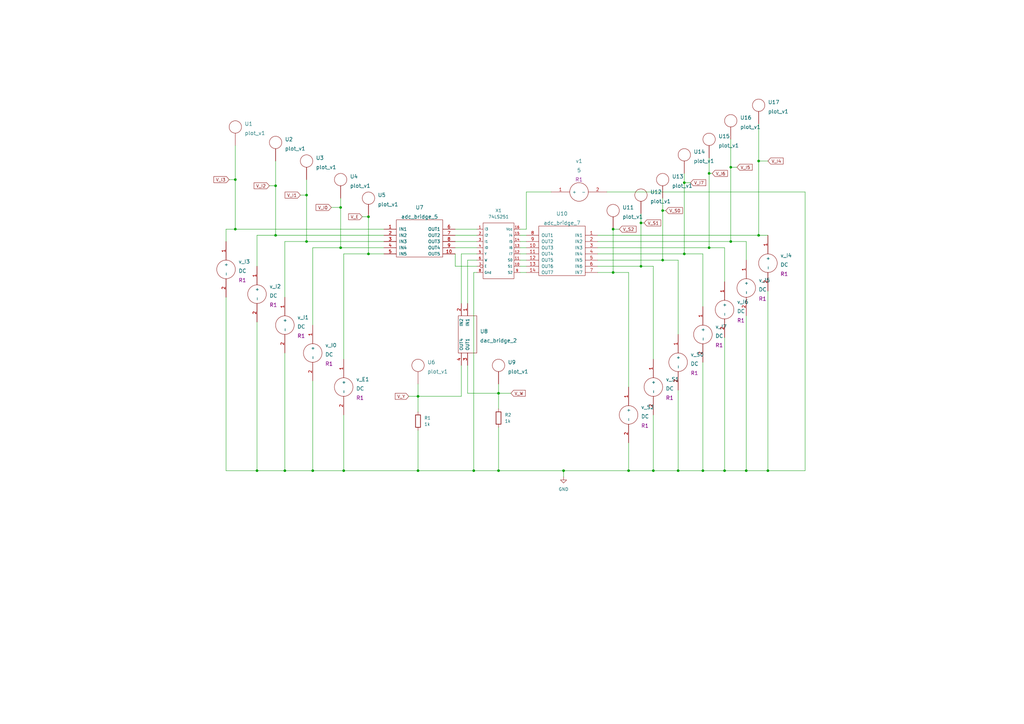
<source format=kicad_sch>
(kicad_sch (version 20211123) (generator eeschema)
  (paper "A3")
  (lib_symbols
    (symbol "DC_1" (pin_names (offset 1.016))
      (property "Reference" "v_I3" (at 5.08 3.175 0))
      (property "Value" "DC_1" (at 5.08 -0.635 0))
      (property "Footprint" "R1" (at 5.08 -4.445 0))
      (symbol "DC_1_0_1"
        (circle (center 0 0) (radius 3.81))
      )
      (symbol "DC_1_1_1"
        (pin power_out line (at 0 11.43 270) (length 7.62) (name "+") (number "1"))
        (pin power_in line (at 0 -11.43 90) (length 7.62) (name "-") (number "2"))
      )
    )
    (symbol "DC_10" (pin_names (offset 1.016))
      (property "Reference" "v_I6" (at 5.08 3.175 0))
      (property "Value" "DC_10" (at 5.08 -0.635 0))
      (property "Footprint" "R1" (at 5.08 -4.445 0))
      (symbol "DC_10_0_1"
        (circle (center 0 0) (radius 3.81))
      )
      (symbol "DC_10_1_1"
        (pin power_out line (at 0 11.43 270) (length 7.62) (name "+") (number "1"))
        (pin power_in line (at 0 -11.43 90) (length 7.62) (name "-") (number "2"))
      )
    )
    (symbol "DC_11" (pin_names (offset 1.016))
      (property "Reference" "v_I5" (at 5.08 3.175 0))
      (property "Value" "DC_11" (at 5.08 -0.635 0))
      (property "Footprint" "R1" (at 5.08 -4.445 0))
      (symbol "DC_11_0_1"
        (circle (center 0 0) (radius 3.81))
      )
      (symbol "DC_11_1_1"
        (pin power_out line (at 0 11.43 270) (length 7.62) (name "+") (number "1"))
        (pin power_in line (at 0 -11.43 90) (length 7.62) (name "-") (number "2"))
      )
    )
    (symbol "DC_12" (pin_names (offset 1.016))
      (property "Reference" "v_I4" (at 5.08 3.175 0))
      (property "Value" "DC_12" (at 5.08 -0.635 0))
      (property "Footprint" "R1" (at 5.08 -4.445 0))
      (symbol "DC_12_0_1"
        (circle (center 0 0) (radius 3.81))
      )
      (symbol "DC_12_1_1"
        (pin power_out line (at 0 11.43 270) (length 7.62) (name "+") (number "1"))
        (pin power_in line (at 0 -11.43 90) (length 7.62) (name "-") (number "2"))
      )
    )
    (symbol "DC_2" (pin_names (offset 1.016))
      (property "Reference" "v_I2" (at 5.08 3.175 0))
      (property "Value" "DC_2" (at 5.08 -0.635 0))
      (property "Footprint" "R1" (at 5.08 -4.445 0))
      (symbol "DC_2_0_1"
        (circle (center 0 0) (radius 3.81))
      )
      (symbol "DC_2_1_1"
        (pin power_out line (at 0 11.43 270) (length 7.62) (name "+") (number "1"))
        (pin power_in line (at 0 -11.43 90) (length 7.62) (name "-") (number "2"))
      )
    )
    (symbol "DC_3" (pin_names (offset 1.016))
      (property "Reference" "v_I1" (at 5.08 3.175 0))
      (property "Value" "DC_3" (at 5.08 -0.635 0))
      (property "Footprint" "R1" (at 5.08 -4.445 0))
      (symbol "DC_3_0_1"
        (circle (center 0 0) (radius 3.81))
      )
      (symbol "DC_3_1_1"
        (pin power_out line (at 0 11.43 270) (length 7.62) (name "+") (number "1"))
        (pin power_in line (at 0 -11.43 90) (length 7.62) (name "-") (number "2"))
      )
    )
    (symbol "DC_4" (pin_names (offset 1.016))
      (property "Reference" "v_I0" (at 5.08 3.175 0))
      (property "Value" "DC_4" (at 5.08 -0.635 0))
      (property "Footprint" "R1" (at 5.08 -4.445 0))
      (symbol "DC_4_0_1"
        (circle (center 0 0) (radius 3.81))
      )
      (symbol "DC_4_1_1"
        (pin power_out line (at 0 11.43 270) (length 7.62) (name "+") (number "1"))
        (pin power_in line (at 0 -11.43 90) (length 7.62) (name "-") (number "2"))
      )
    )
    (symbol "DC_5" (pin_names (offset 1.016))
      (property "Reference" "v_E1" (at 5.08 3.175 0))
      (property "Value" "DC_5" (at 5.08 -0.635 0))
      (property "Footprint" "R1" (at 5.08 -4.445 0))
      (symbol "DC_5_0_1"
        (circle (center 0 0) (radius 3.81))
      )
      (symbol "DC_5_1_1"
        (pin power_out line (at 0 11.43 270) (length 7.62) (name "+") (number "1"))
        (pin power_in line (at 0 -11.43 90) (length 7.62) (name "-") (number "2"))
      )
    )
    (symbol "DC_6" (pin_names (offset 1.016))
      (property "Reference" "v_S2" (at 5.08 3.175 0))
      (property "Value" "DC_6" (at 5.08 -0.635 0))
      (property "Footprint" "R1" (at 5.08 -4.445 0))
      (symbol "DC_6_0_1"
        (circle (center 0 0) (radius 3.81))
      )
      (symbol "DC_6_1_1"
        (pin power_out line (at 0 11.43 270) (length 7.62) (name "+") (number "1"))
        (pin power_in line (at 0 -11.43 90) (length 7.62) (name "-") (number "2"))
      )
    )
    (symbol "DC_7" (pin_names (offset 1.016))
      (property "Reference" "v_S1" (at 5.08 3.175 0))
      (property "Value" "DC_7" (at 5.08 -0.635 0))
      (property "Footprint" "R1" (at 5.08 -4.445 0))
      (symbol "DC_7_0_1"
        (circle (center 0 0) (radius 3.81))
      )
      (symbol "DC_7_1_1"
        (pin power_out line (at 0 11.43 270) (length 7.62) (name "+") (number "1"))
        (pin power_in line (at 0 -11.43 90) (length 7.62) (name "-") (number "2"))
      )
    )
    (symbol "DC_8" (pin_names (offset 1.016))
      (property "Reference" "v_S0" (at 5.08 3.175 0))
      (property "Value" "DC_8" (at 5.08 -0.635 0))
      (property "Footprint" "R1" (at 5.08 -4.445 0))
      (symbol "DC_8_0_1"
        (circle (center 0 0) (radius 3.81))
      )
      (symbol "DC_8_1_1"
        (pin power_out line (at 0 11.43 270) (length 7.62) (name "+") (number "1"))
        (pin power_in line (at 0 -11.43 90) (length 7.62) (name "-") (number "2"))
      )
    )
    (symbol "DC_9" (pin_names (offset 1.016))
      (property "Reference" "v_I7" (at 5.08 3.175 0))
      (property "Value" "DC_9" (at 5.08 -0.635 0))
      (property "Footprint" "R1" (at 5.08 -4.445 0))
      (symbol "DC_9_0_1"
        (circle (center 0 0) (radius 3.81))
      )
      (symbol "DC_9_1_1"
        (pin power_out line (at 0 11.43 270) (length 7.62) (name "+") (number "1"))
        (pin power_in line (at 0 -11.43 90) (length 7.62) (name "-") (number "2"))
      )
    )
    (symbol "eSim_Devices:resistor" (pin_numbers hide) (pin_names (offset 0))
      (property "Reference" "R" (at 1.27 3.302 0))
      (property "Value" "resistor" (at 1.27 -1.27 0))
      (symbol "resistor_0_1"
        (rectangle (start 3.81 0.254) (end -1.27 2.286) (stroke (width 0.254)))
      )
      (symbol "resistor_1_1"
        (pin passive line (at -2.54 1.27 0) (length 1.27) (name "~") (number "1"))
        (pin passive line (at 5.08 1.27 180) (length 1.27) (name "~") (number "2"))
      )
    )
    (symbol "eSim_Hybrid:adc_bridge_5" (pin_names (offset 1.016))
      (property "Reference" "U" (at 0 0 0))
      (property "Value" "adc_bridge_5" (at 0 3.81 0))
      (symbol "adc_bridge_5_0_1"
        (rectangle (start -10.16 5.08) (end 8.89 -10.16))
      )
      (symbol "adc_bridge_5_1_1"
        (pin input line (at -15.24 1.27 0) (length 5.08) (name "IN1") (number "1"))
        (pin output line (at 13.97 -8.89 180) (length 5.08) (name "OUT5") (number "10"))
        (pin input line (at -15.24 -1.27 0) (length 5.08) (name "IN2") (number "2"))
        (pin input line (at -15.24 -3.81 0) (length 5.08) (name "IN3") (number "3"))
        (pin input line (at -15.24 -6.35 0) (length 5.08) (name "IN4") (number "4"))
        (pin input line (at -15.24 -8.89 0) (length 5.08) (name "IN5") (number "5"))
        (pin output line (at 13.97 1.27 180) (length 5.08) (name "OUT1") (number "6"))
        (pin output line (at 13.97 -1.27 180) (length 5.08) (name "OUT2") (number "7"))
        (pin output line (at 13.97 -3.81 180) (length 5.08) (name "OUT3") (number "8"))
        (pin output line (at 13.97 -6.35 180) (length 5.08) (name "OUT4") (number "9"))
      )
    )
    (symbol "eSim_Hybrid:adc_bridge_7" (pin_names (offset 1.016))
      (property "Reference" "U" (at 0 0 0))
      (property "Value" "adc_bridge_7" (at 0 3.81 0))
      (symbol "adc_bridge_7_0_1"
        (rectangle (start -10.16 5.08) (end 8.89 -15.24))
      )
      (symbol "adc_bridge_7_1_1"
        (pin input line (at -15.24 1.27 0) (length 5.08) (name "IN1") (number "1"))
        (pin output line (at 13.97 -3.81 180) (length 5.08) (name "OUT3") (number "10"))
        (pin output line (at 13.97 -6.35 180) (length 5.08) (name "OUT4") (number "11"))
        (pin output line (at 13.97 -8.89 180) (length 5.08) (name "OUT5") (number "12"))
        (pin output line (at 13.97 -11.43 180) (length 5.08) (name "OUT6") (number "13"))
        (pin output line (at 13.97 -13.97 180) (length 5.08) (name "OUT7") (number "14"))
        (pin input line (at -15.24 -1.27 0) (length 5.08) (name "IN2") (number "2"))
        (pin input line (at -15.24 -3.81 0) (length 5.08) (name "IN3") (number "3"))
        (pin input line (at -15.24 -6.35 0) (length 5.08) (name "IN4") (number "4"))
        (pin input line (at -15.24 -8.89 0) (length 5.08) (name "IN5") (number "5"))
        (pin input line (at -15.24 -11.43 0) (length 5.08) (name "IN6") (number "6"))
        (pin input line (at -15.24 -13.97 0) (length 5.08) (name "IN7") (number "7"))
        (pin output line (at 13.97 1.27 180) (length 5.08) (name "OUT1") (number "8"))
        (pin output line (at 13.97 -1.27 180) (length 5.08) (name "OUT2") (number "9"))
      )
    )
    (symbol "eSim_Hybrid:dac_bridge_2" (pin_names (offset 1.016))
      (property "Reference" "U" (at 0 0 0))
      (property "Value" "dac_bridge_2" (at 1.27 3.81 0))
      (symbol "dac_bridge_2_0_1"
        (rectangle (start -6.35 5.08) (end 8.89 -2.54))
      )
      (symbol "dac_bridge_2_1_1"
        (pin input line (at -11.43 1.27 0) (length 5.08) (name "IN1") (number "1"))
        (pin input line (at -11.43 -1.27 0) (length 5.08) (name "IN2") (number "2"))
        (pin output line (at 13.97 1.27 180) (length 5.08) (name "OUT1") (number "3"))
        (pin output line (at 13.97 -1.27 180) (length 5.08) (name "OUT4") (number "4"))
      )
    )
    (symbol "eSim_Plot:plot_v1" (pin_names (offset 1.016))
      (property "Reference" "U" (at 0 12.7 0))
      (property "Value" "plot_v1" (at 5.08 8.89 0))
      (symbol "plot_v1_0_1"
        (circle (center 0 12.7) (radius 2.54))
      )
      (symbol "plot_v1_1_1"
        (pin input line (at 0 5.08 90) (length 5.08) (name "~") (number "~"))
      )
    )
    (symbol "eSim_Power:eSim_GND" (power) (pin_names (offset 0))
      (property "Value" "eSim_GND" (at 0 -3.81 0))
      (symbol "eSim_GND_0_1"
        (polyline (pts (xy 0 0) (xy 0 -1.27) (xy 1.27 -1.27) (xy 0 -2.54) (xy -1.27 -1.27) (xy 0 -1.27)))
      )
      (symbol "eSim_GND_1_1"
        (pin power_in line (at 0 0 270) (length 0) hide (name "GND") (number "1"))
      )
    )
    (symbol "eSim_Sources:DC" (pin_names (offset 1.016))
      (property "Reference" "v" (at -5.08 2.54 0))
      (property "Value" "DC" (at -5.08 -1.27 0))
      (property "Footprint" "R1" (at -7.62 0 0))
      (symbol "DC_0_1"
        (circle (center 0 0) (radius 3.81))
      )
      (symbol "DC_1_1"
        (pin power_out line (at 0 11.43 270) (length 7.62) (name "+") (number "1"))
        (pin power_out line (at 0 -11.43 90) (length 7.62) (name "-") (number "2"))
      )
    )
    (symbol "eSim_Subckt:74LS251"
      (property "Reference" "X" (at 0 0 0))
      (property "Value" "74LS251" (at 0 0 0))
      (symbol "74LS251_0_1"
        (rectangle (start -6.35 11.43) (end 6.35 -11.43))
      )
      (symbol "74LS251_1_1"
        (pin input line (at -8.89 8.89 0) (length 2.54) (name "I3") (number "1"))
        (pin input line (at 8.89 -6.35 180) (length 2.54) (name "S1") (number "10"))
        (pin input line (at 8.89 -3.81 180) (length 2.54) (name "S0") (number "11"))
        (pin input line (at 8.89 -1.27 180) (length 2.54) (name "I7") (number "12"))
        (pin input line (at 8.89 1.27 180) (length 2.54) (name "I6") (number "13"))
        (pin input line (at 8.89 3.81 180) (length 2.54) (name "I5") (number "14"))
        (pin input line (at 8.89 6.35 180) (length 2.54) (name "I4") (number "15"))
        (pin power_in line (at 8.89 8.89 180) (length 2.54) (name "Vcc") (number "16"))
        (pin input line (at -8.89 6.35 0) (length 2.54) (name "I2") (number "2"))
        (pin input line (at -8.89 3.81 0) (length 2.54) (name "I1") (number "3"))
        (pin input line (at -8.89 1.27 0) (length 2.54) (name "I0") (number "4"))
        (pin output line (at -8.89 -1.27 0) (length 2.54) (name "Y") (number "5"))
        (pin output line (at -8.89 -3.81 0) (length 2.54) (name "W") (number "6"))
        (pin input inverted (at -8.89 -6.35 0) (length 2.54) (name "E") (number "7"))
        (pin power_in line (at -8.89 -8.89 0) (length 2.54) (name "Gnd") (number "8"))
        (pin input line (at 8.89 -8.89 180) (length 2.54) (name "S2") (number "9"))
      )
    )
  )
  (junction (at 314.96 193.04))
  (junction (at 311.15 66.04))
  (junction (at 116.84 193.04))
  (junction (at 139.7 85.09))
  (junction (at 311.15 96.52))
  (junction (at 280.67 74.93))
  (junction (at 96.52 93.98))
  (junction (at 280.67 104.14))
  (junction (at 105.41 193.04))
  (junction (at 267.97 193.04))
  (junction (at 262.89 91.44))
  (junction (at 128.27 193.04))
  (junction (at 262.89 109.22))
  (junction (at 204.47 193.04))
  (junction (at 125.73 80.01))
  (junction (at 278.13 193.04))
  (junction (at 290.83 71.12))
  (junction (at 299.72 68.58))
  (junction (at 271.78 106.68))
  (junction (at 257.81 193.04))
  (junction (at 297.18 193.04))
  (junction (at 151.13 104.14))
  (junction (at 171.45 193.04))
  (junction (at 139.7 101.6))
  (junction (at 113.03 76.2))
  (junction (at 204.47 161.29))
  (junction (at 306.07 193.04))
  (junction (at 251.46 93.98))
  (junction (at 140.97 193.04))
  (junction (at 271.78 86.36))
  (junction (at 113.03 96.52))
  (junction (at 231.14 193.04))
  (junction (at 299.72 99.06))
  (junction (at 194.31 193.04))
  (junction (at 96.52 73.66))
  (junction (at 151.13 88.9))
  (junction (at 251.46 111.76))
  (junction (at 290.83 101.6))
  (junction (at 125.73 99.06))
  (junction (at 171.45 162.56))
  (junction (at 288.29 193.04))
  (wire (pts (xy 271.78 81.28) (xy 271.78 86.36)))
  (wire (pts (xy 125.73 73.66) (xy 125.73 80.01)))
  (wire (pts (xy 171.45 162.56) (xy 171.45 168.91)))
  (wire (pts (xy 191.77 161.29) (xy 204.47 161.29)))
  (wire (pts (xy 128.27 156.21) (xy 128.27 193.04)))
  (wire (pts (xy 116.84 144.78) (xy 116.84 193.04)))
  (wire (pts (xy 262.89 91.44) (xy 262.89 109.22)))
  (wire (pts (xy 189.23 124.46) (xy 189.23 104.14)))
  (wire (pts (xy 186.69 93.98) (xy 195.58 93.98)))
  (wire (pts (xy 194.31 111.76) (xy 194.31 193.04)))
  (wire (pts (xy 125.73 99.06) (xy 157.48 99.06)))
  (wire (pts (xy 204.47 175.26) (xy 204.47 193.04)))
  (wire (pts (xy 271.78 86.36) (xy 273.05 86.36)))
  (wire (pts (xy 288.29 148.59) (xy 288.29 193.04)))
  (wire (pts (xy 280.67 74.93) (xy 280.67 104.14)))
  (wire (pts (xy 116.84 193.04) (xy 128.27 193.04)))
  (wire (pts (xy 171.45 157.48) (xy 171.45 162.56)))
  (wire (pts (xy 105.41 109.22) (xy 105.41 96.52)))
  (wire (pts (xy 297.18 115.57) (xy 297.18 101.6)))
  (wire (pts (xy 213.36 96.52) (xy 215.9 96.52)))
  (wire (pts (xy 186.69 109.22) (xy 195.58 109.22)))
  (wire (pts (xy 330.2 78.74) (xy 330.2 193.04)))
  (wire (pts (xy 186.69 96.52) (xy 195.58 96.52)))
  (wire (pts (xy 280.67 104.14) (xy 245.11 104.14)))
  (wire (pts (xy 191.77 124.46) (xy 191.77 106.68)))
  (wire (pts (xy 280.67 71.12) (xy 280.67 74.93)))
  (wire (pts (xy 140.97 170.18) (xy 140.97 193.04)))
  (wire (pts (xy 189.23 162.56) (xy 171.45 162.56)))
  (wire (pts (xy 297.18 138.43) (xy 297.18 193.04)))
  (wire (pts (xy 262.89 91.44) (xy 264.16 91.44)))
  (wire (pts (xy 226.06 78.74) (xy 215.9 78.74)))
  (wire (pts (xy 297.18 193.04) (xy 306.07 193.04)))
  (wire (pts (xy 290.83 71.12) (xy 292.1 71.12)))
  (wire (pts (xy 271.78 86.36) (xy 271.78 106.68)))
  (wire (pts (xy 213.36 101.6) (xy 215.9 101.6)))
  (wire (pts (xy 290.83 101.6) (xy 245.11 101.6)))
  (wire (pts (xy 195.58 111.76) (xy 194.31 111.76)))
  (wire (pts (xy 215.9 78.74) (xy 215.9 93.98)))
  (wire (pts (xy 204.47 193.04) (xy 231.14 193.04)))
  (wire (pts (xy 278.13 160.02) (xy 278.13 193.04)))
  (wire (pts (xy 186.69 104.14) (xy 186.69 109.22)))
  (wire (pts (xy 96.52 59.69) (xy 96.52 73.66)))
  (wire (pts (xy 290.83 71.12) (xy 290.83 101.6)))
  (wire (pts (xy 278.13 137.16) (xy 278.13 106.68)))
  (wire (pts (xy 96.52 73.66) (xy 96.52 93.98)))
  (wire (pts (xy 213.36 111.76) (xy 215.9 111.76)))
  (wire (pts (xy 245.11 106.68) (xy 271.78 106.68)))
  (wire (pts (xy 288.29 193.04) (xy 297.18 193.04)))
  (wire (pts (xy 213.36 106.68) (xy 215.9 106.68)))
  (wire (pts (xy 113.03 66.04) (xy 113.03 76.2)))
  (wire (pts (xy 271.78 106.68) (xy 278.13 106.68)))
  (wire (pts (xy 140.97 147.32) (xy 140.97 104.14)))
  (wire (pts (xy 306.07 106.68) (xy 306.07 99.06)))
  (wire (pts (xy 297.18 101.6) (xy 290.83 101.6)))
  (wire (pts (xy 123.19 80.01) (xy 125.73 80.01)))
  (wire (pts (xy 314.96 119.38) (xy 314.96 193.04)))
  (wire (pts (xy 278.13 193.04) (xy 288.29 193.04)))
  (wire (pts (xy 151.13 88.9) (xy 151.13 104.14)))
  (wire (pts (xy 248.92 78.74) (xy 330.2 78.74)))
  (wire (pts (xy 128.27 133.35) (xy 128.27 101.6)))
  (wire (pts (xy 257.81 193.04) (xy 267.97 193.04)))
  (wire (pts (xy 306.07 193.04) (xy 314.96 193.04)))
  (wire (pts (xy 306.07 99.06) (xy 299.72 99.06)))
  (wire (pts (xy 290.83 64.77) (xy 290.83 71.12)))
  (wire (pts (xy 116.84 99.06) (xy 125.73 99.06)))
  (wire (pts (xy 311.15 66.04) (xy 311.15 96.52)))
  (wire (pts (xy 110.49 76.2) (xy 113.03 76.2)))
  (wire (pts (xy 257.81 111.76) (xy 251.46 111.76)))
  (wire (pts (xy 186.69 101.6) (xy 195.58 101.6)))
  (wire (pts (xy 186.69 99.06) (xy 195.58 99.06)))
  (wire (pts (xy 125.73 80.01) (xy 125.73 99.06)))
  (wire (pts (xy 215.9 93.98) (xy 213.36 93.98)))
  (wire (pts (xy 204.47 167.64) (xy 204.47 161.29)))
  (wire (pts (xy 189.23 149.86) (xy 189.23 162.56)))
  (wire (pts (xy 262.89 109.22) (xy 245.11 109.22)))
  (wire (pts (xy 105.41 193.04) (xy 116.84 193.04)))
  (wire (pts (xy 139.7 85.09) (xy 139.7 101.6)))
  (wire (pts (xy 267.97 193.04) (xy 278.13 193.04)))
  (wire (pts (xy 204.47 157.48) (xy 204.47 161.29)))
  (wire (pts (xy 139.7 81.28) (xy 139.7 85.09)))
  (wire (pts (xy 267.97 109.22) (xy 262.89 109.22)))
  (wire (pts (xy 280.67 74.93) (xy 283.21 74.93)))
  (wire (pts (xy 140.97 193.04) (xy 171.45 193.04)))
  (wire (pts (xy 311.15 66.04) (xy 314.96 66.04)))
  (wire (pts (xy 231.14 193.04) (xy 231.14 195.58)))
  (wire (pts (xy 191.77 161.29) (xy 191.77 149.86)))
  (wire (pts (xy 262.89 87.63) (xy 262.89 91.44)))
  (wire (pts (xy 251.46 111.76) (xy 245.11 111.76)))
  (wire (pts (xy 213.36 109.22) (xy 215.9 109.22)))
  (wire (pts (xy 171.45 176.53) (xy 171.45 193.04)))
  (wire (pts (xy 231.14 193.04) (xy 257.81 193.04)))
  (wire (pts (xy 299.72 68.58) (xy 299.72 99.06)))
  (wire (pts (xy 105.41 132.08) (xy 105.41 193.04)))
  (wire (pts (xy 299.72 99.06) (xy 245.11 99.06)))
  (wire (pts (xy 191.77 106.68) (xy 195.58 106.68)))
  (wire (pts (xy 113.03 96.52) (xy 157.48 96.52)))
  (wire (pts (xy 299.72 57.15) (xy 299.72 68.58)))
  (wire (pts (xy 213.36 104.14) (xy 215.9 104.14)))
  (wire (pts (xy 92.71 193.04) (xy 105.41 193.04)))
  (wire (pts (xy 105.41 96.52) (xy 113.03 96.52)))
  (wire (pts (xy 139.7 101.6) (xy 157.48 101.6)))
  (wire (pts (xy 288.29 125.73) (xy 288.29 104.14)))
  (wire (pts (xy 213.36 99.06) (xy 215.9 99.06)))
  (wire (pts (xy 257.81 158.75) (xy 257.81 111.76)))
  (wire (pts (xy 311.15 50.8) (xy 311.15 66.04)))
  (wire (pts (xy 151.13 104.14) (xy 157.48 104.14)))
  (wire (pts (xy 171.45 193.04) (xy 194.31 193.04)))
  (wire (pts (xy 251.46 93.98) (xy 254 93.98)))
  (wire (pts (xy 314.96 193.04) (xy 330.2 193.04)))
  (wire (pts (xy 92.71 93.98) (xy 96.52 93.98)))
  (wire (pts (xy 140.97 104.14) (xy 151.13 104.14)))
  (wire (pts (xy 128.27 101.6) (xy 139.7 101.6)))
  (wire (pts (xy 299.72 68.58) (xy 302.26 68.58)))
  (wire (pts (xy 135.89 85.09) (xy 139.7 85.09)))
  (wire (pts (xy 311.15 96.52) (xy 314.96 96.52)))
  (wire (pts (xy 267.97 170.18) (xy 267.97 193.04)))
  (wire (pts (xy 92.71 121.92) (xy 92.71 193.04)))
  (wire (pts (xy 189.23 104.14) (xy 195.58 104.14)))
  (wire (pts (xy 257.81 181.61) (xy 257.81 193.04)))
  (wire (pts (xy 204.47 161.29) (xy 209.55 161.29)))
  (wire (pts (xy 93.98 73.66) (xy 96.52 73.66)))
  (wire (pts (xy 288.29 104.14) (xy 280.67 104.14)))
  (wire (pts (xy 113.03 76.2) (xy 113.03 96.52)))
  (wire (pts (xy 194.31 193.04) (xy 204.47 193.04)))
  (wire (pts (xy 148.59 88.9) (xy 151.13 88.9)))
  (wire (pts (xy 245.11 96.52) (xy 311.15 96.52)))
  (wire (pts (xy 306.07 129.54) (xy 306.07 193.04)))
  (wire (pts (xy 267.97 147.32) (xy 267.97 109.22)))
  (wire (pts (xy 128.27 193.04) (xy 140.97 193.04)))
  (wire (pts (xy 92.71 99.06) (xy 92.71 93.98)))
  (wire (pts (xy 167.64 162.56) (xy 171.45 162.56)))
  (wire (pts (xy 116.84 121.92) (xy 116.84 99.06)))
  (wire (pts (xy 96.52 93.98) (xy 157.48 93.98)))
  (wire (pts (xy 251.46 93.98) (xy 251.46 111.76)))
  (global_label "V_I6" (shape input) (at 292.1 71.12 0) (property "Intersheet References" "${INTERSHEET_REFS}" (effects hide)))
  (global_label "V_I7" (shape input) (at 283.21 74.93 0) (property "Intersheet References" "${INTERSHEET_REFS}" (effects hide)))
  (global_label "V_S0" (shape input) (at 273.05 86.36 0) (property "Intersheet References" "${INTERSHEET_REFS}" (effects hide)))
  (global_label "V_I1" (shape input) (at 123.19 80.01 180) (property "Intersheet References" "${INTERSHEET_REFS}" (effects hide)))
  (global_label "V_W" (shape input) (at 209.55 161.29 0) (property "Intersheet References" "${INTERSHEET_REFS}" (effects hide)))
  (global_label "V_E" (shape input) (at 148.59 88.9 180) (property "Intersheet References" "${INTERSHEET_REFS}" (effects hide)))
  (global_label "V_S1" (shape input) (at 264.16 91.44 0) (property "Intersheet References" "${INTERSHEET_REFS}" (effects hide)))
  (global_label "V_I2" (shape input) (at 110.49 76.2 180) (property "Intersheet References" "${INTERSHEET_REFS}" (effects hide)))
  (global_label "V_Y" (shape input) (at 167.64 162.56 180) (property "Intersheet References" "${INTERSHEET_REFS}" (effects hide)))
  (global_label "V_S2" (shape input) (at 254 93.98 0) (property "Intersheet References" "${INTERSHEET_REFS}" (effects hide)))
  (global_label "V_I5" (shape input) (at 302.26 68.58 0) (property "Intersheet References" "${INTERSHEET_REFS}" (effects hide)))
  (global_label "V_I3" (shape input) (at 93.98 73.66 180) (property "Intersheet References" "${INTERSHEET_REFS}" (effects hide)))
  (global_label "V_I0" (shape input) (at 135.89 85.09 180) (property "Intersheet References" "${INTERSHEET_REFS}" (effects hide)))
  (global_label "V_I4" (shape input) (at 314.96 66.04 0) (property "Intersheet References" "${INTERSHEET_REFS}" (effects hide)))
  (symbol (lib_name "DC_7") (lib_id "eSim_Sources:DC") (at 267.97 158.75 0) (unit 1)
    (property "Reference" "v_S1" (at 273.05 155.575 0) (effects (font (size 1.524 1.524)) (justify left)))
    (property "Value" "DC" (at 273.05 159.385 0) (effects (font (size 1.524 1.524)) (justify left)))
    (property "Footprint" "R1" (at 273.05 163.195 0) (effects (font (size 1.524 1.524)) (justify left)))
  )
  (symbol (lib_id "eSim_Plot:plot_v1") (at 299.72 62.23 0) (unit 1)
    (property "Reference" "U16" (at 303.53 48.26 0) (effects (font (size 1.524 1.524)) (justify left)))
    (property "Value" "plot_v1" (at 303.53 52.07 0) (effects (font (size 1.524 1.524)) (justify left)))
  )
  (symbol (lib_id "eSim_Hybrid:dac_bridge_2") (at 190.5 135.89 270) (unit 1)
    (property "Reference" "U8" (at 196.85 135.89 90) (effects (font (size 1.524 1.524)) (justify left)))
    (property "Value" "dac_bridge_2" (at 196.85 139.7 90) (effects (font (size 1.524 1.524)) (justify left)))
  )
  (symbol (lib_id "eSim_Devices:resistor") (at 172.72 173.99 90) (unit 1)
    (property "Reference" "R1" (at 173.99 171.4499 90) (effects (justify right)))
    (property "Value" "1k" (at 173.99 173.9899 90) (effects (justify right)))
  )
  (symbol (lib_name "DC_8") (lib_id "eSim_Sources:DC") (at 278.13 148.59 0) (unit 1)
    (property "Reference" "v_S0" (at 283.21 145.415 0) (effects (font (size 1.524 1.524)) (justify left)))
    (property "Value" "DC" (at 283.21 149.225 0) (effects (font (size 1.524 1.524)) (justify left)))
    (property "Footprint" "R1" (at 283.21 153.035 0) (effects (font (size 1.524 1.524)) (justify left)))
  )
  (symbol (lib_id "eSim_Plot:plot_v1") (at 125.73 78.74 0) (unit 1)
    (property "Reference" "U3" (at 129.54 64.77 0) (effects (font (size 1.524 1.524)) (justify left)))
    (property "Value" "plot_v1" (at 129.54 68.58 0) (effects (font (size 1.524 1.524)) (justify left)))
  )
  (symbol (lib_id "eSim_Subckt:74LS251") (at 204.47 102.87 0) (unit 1)
    (property "Reference" "X1" (at 204.47 86.36 0))
    (property "Value" "74LS251" (at 204.47 88.9 0))
  )
  (symbol (lib_name "DC_10") (lib_id "eSim_Sources:DC") (at 297.18 127 0) (unit 1)
    (property "Reference" "v_I6" (at 302.26 123.825 0) (effects (font (size 1.524 1.524)) (justify left)))
    (property "Value" "DC" (at 302.26 127.635 0) (effects (font (size 1.524 1.524)) (justify left)))
    (property "Footprint" "R1" (at 302.26 131.445 0) (effects (font (size 1.524 1.524)) (justify left)))
  )
  (symbol (lib_id "eSim_Hybrid:adc_bridge_7") (at 229.87 97.79 0) (mirror y) (unit 1)
    (property "Reference" "U10" (at 230.505 87.63 0) (effects (font (size 1.524 1.524))))
    (property "Value" "adc_bridge_7" (at 230.505 91.44 0) (effects (font (size 1.524 1.524))))
  )
  (symbol (lib_name "DC_5") (lib_id "eSim_Sources:DC") (at 140.97 158.75 0) (unit 1)
    (property "Reference" "v_E1" (at 146.05 155.575 0) (effects (font (size 1.524 1.524)) (justify left)))
    (property "Value" "DC" (at 146.05 159.385 0) (effects (font (size 1.524 1.524)) (justify left)))
    (property "Footprint" "R1" (at 146.05 163.195 0) (effects (font (size 1.524 1.524)) (justify left)))
  )
  (symbol (lib_id "eSim_Plot:plot_v1") (at 271.78 86.36 0) (unit 1)
    (property "Reference" "U13" (at 275.59 72.39 0) (effects (font (size 1.524 1.524)) (justify left)))
    (property "Value" "plot_v1" (at 275.59 76.2 0) (effects (font (size 1.524 1.524)) (justify left)))
  )
  (symbol (lib_id "eSim_Plot:plot_v1") (at 151.13 93.98 0) (unit 1)
    (property "Reference" "U5" (at 154.94 80.01 0) (effects (font (size 1.524 1.524)) (justify left)))
    (property "Value" "plot_v1" (at 154.94 83.82 0) (effects (font (size 1.524 1.524)) (justify left)))
  )
  (symbol (lib_id "eSim_Plot:plot_v1") (at 113.03 71.12 0) (unit 1)
    (property "Reference" "U2" (at 116.84 57.15 0) (effects (font (size 1.524 1.524)) (justify left)))
    (property "Value" "plot_v1" (at 116.84 60.96 0) (effects (font (size 1.524 1.524)) (justify left)))
  )
  (symbol (lib_name "DC_2") (lib_id "eSim_Sources:DC") (at 105.41 120.65 0) (unit 1)
    (property "Reference" "v_I2" (at 110.49 117.475 0) (effects (font (size 1.524 1.524)) (justify left)))
    (property "Value" "DC" (at 110.49 121.285 0) (effects (font (size 1.524 1.524)) (justify left)))
    (property "Footprint" "R1" (at 110.49 125.095 0) (effects (font (size 1.524 1.524)) (justify left)))
  )
  (symbol (lib_name "DC_9") (lib_id "eSim_Sources:DC") (at 288.29 137.16 0) (unit 1)
    (property "Reference" "v_I7" (at 293.37 133.985 0) (effects (font (size 1.524 1.524)) (justify left)))
    (property "Value" "DC" (at 293.37 137.795 0) (effects (font (size 1.524 1.524)) (justify left)))
    (property "Footprint" "R1" (at 293.37 141.605 0) (effects (font (size 1.524 1.524)) (justify left)))
  )
  (symbol (lib_id "eSim_Plot:plot_v1") (at 262.89 92.71 0) (unit 1)
    (property "Reference" "U12" (at 266.7 78.74 0) (effects (font (size 1.524 1.524)) (justify left)))
    (property "Value" "plot_v1" (at 266.7 82.55 0) (effects (font (size 1.524 1.524)) (justify left)))
  )
  (symbol (lib_name "DC_12") (lib_id "eSim_Sources:DC") (at 314.96 107.95 0) (unit 1)
    (property "Reference" "v_I4" (at 320.04 104.775 0) (effects (font (size 1.524 1.524)) (justify left)))
    (property "Value" "DC" (at 320.04 108.585 0) (effects (font (size 1.524 1.524)) (justify left)))
    (property "Footprint" "R1" (at 320.04 112.395 0) (effects (font (size 1.524 1.524)) (justify left)))
  )
  (symbol (lib_name "DC_6") (lib_id "eSim_Sources:DC") (at 257.81 170.18 0) (unit 1)
    (property "Reference" "v_S2" (at 262.89 167.005 0) (effects (font (size 1.524 1.524)) (justify left)))
    (property "Value" "DC" (at 262.89 170.815 0) (effects (font (size 1.524 1.524)) (justify left)))
    (property "Footprint" "R1" (at 262.89 174.625 0) (effects (font (size 1.524 1.524)) (justify left)))
  )
  (symbol (lib_id "eSim_Power:eSim_GND") (at 231.14 195.58 0) (unit 1)
    (property "Reference" "#PWR01" (effects hide))
    (property "Value" "eSim_GND" (at 231.14 200.66 0))
  )
  (symbol (lib_id "eSim_Plot:plot_v1") (at 251.46 99.06 0) (unit 1)
    (property "Reference" "U11" (at 255.27 85.09 0) (effects (font (size 1.524 1.524)) (justify left)))
    (property "Value" "plot_v1" (at 255.27 88.9 0) (effects (font (size 1.524 1.524)) (justify left)))
  )
  (symbol (lib_name "DC_4") (lib_id "eSim_Sources:DC") (at 128.27 144.78 0) (unit 1)
    (property "Reference" "v_I0" (at 133.35 141.605 0) (effects (font (size 1.524 1.524)) (justify left)))
    (property "Value" "DC" (at 133.35 145.415 0) (effects (font (size 1.524 1.524)) (justify left)))
    (property "Footprint" "R1" (at 133.35 149.225 0) (effects (font (size 1.524 1.524)) (justify left)))
  )
  (symbol (lib_name "DC_11") (lib_id "eSim_Sources:DC") (at 306.07 118.11 0) (unit 1)
    (property "Reference" "v_I5" (at 311.15 114.935 0) (effects (font (size 1.524 1.524)) (justify left)))
    (property "Value" "DC" (at 311.15 118.745 0) (effects (font (size 1.524 1.524)) (justify left)))
    (property "Footprint" "R1" (at 311.15 122.555 0) (effects (font (size 1.524 1.524)) (justify left)))
  )
  (symbol (lib_id "eSim_Plot:plot_v1") (at 96.52 64.77 0) (unit 1)
    (property "Reference" "U1" (at 100.33 50.8 0) (effects (font (size 1.524 1.524)) (justify left)))
    (property "Value" "plot_v1" (at 100.33 54.61 0) (effects (font (size 1.524 1.524)) (justify left)))
  )
  (symbol (lib_id "eSim_Devices:resistor") (at 205.74 172.72 90) (unit 1)
    (property "Reference" "R2" (at 207.01 170.1799 90) (effects (justify right)))
    (property "Value" "1k" (at 207.01 172.7199 90) (effects (justify right)))
  )
  (symbol (lib_id "eSim_Sources:DC") (at 237.49 78.74 90) (unit 1)
    (property "Reference" "v1" (at 237.49 66.04 90) (effects (font (size 1.524 1.524))))
    (property "Value" "5" (at 237.49 69.85 90) (effects (font (size 1.524 1.524))))
    (property "Footprint" "R1" (at 237.49 73.66 90) (effects (font (size 1.524 1.524))))
  )
  (symbol (lib_id "eSim_Hybrid:adc_bridge_5") (at 172.72 95.25 0) (unit 1)
    (property "Reference" "U7" (at 172.085 85.09 0) (effects (font (size 1.524 1.524))))
    (property "Value" "adc_bridge_5" (at 172.085 88.9 0) (effects (font (size 1.524 1.524))))
  )
  (symbol (lib_id "eSim_Plot:plot_v1") (at 280.67 76.2 0) (unit 1)
    (property "Reference" "U14" (at 284.48 62.23 0) (effects (font (size 1.524 1.524)) (justify left)))
    (property "Value" "plot_v1" (at 284.48 66.04 0) (effects (font (size 1.524 1.524)) (justify left)))
  )
  (symbol (lib_id "eSim_Plot:plot_v1") (at 311.15 55.88 0) (unit 1)
    (property "Reference" "U17" (at 314.96 41.91 0) (effects (font (size 1.524 1.524)) (justify left)))
    (property "Value" "plot_v1" (at 314.96 45.72 0) (effects (font (size 1.524 1.524)) (justify left)))
  )
  (symbol (lib_name "DC_1") (lib_id "eSim_Sources:DC") (at 92.71 110.49 0) (unit 1)
    (property "Reference" "v_I3" (at 97.79 107.315 0) (effects (font (size 1.524 1.524)) (justify left)))
    (property "Value" "DC" (at 97.79 111.125 0) (effects (font (size 1.524 1.524)) (justify left)))
    (property "Footprint" "R1" (at 97.79 114.935 0) (effects (font (size 1.524 1.524)) (justify left)))
  )
  (symbol (lib_id "eSim_Plot:plot_v1") (at 290.83 69.85 0) (unit 1)
    (property "Reference" "U15" (at 294.64 55.88 0) (effects (font (size 1.524 1.524)) (justify left)))
    (property "Value" "plot_v1" (at 294.64 59.69 0) (effects (font (size 1.524 1.524)) (justify left)))
  )
  (symbol (lib_id "eSim_Plot:plot_v1") (at 204.47 162.56 0) (unit 1)
    (property "Reference" "U9" (at 208.28 148.59 0) (effects (font (size 1.524 1.524)) (justify left)))
    (property "Value" "plot_v1" (at 208.28 152.4 0) (effects (font (size 1.524 1.524)) (justify left)))
  )
  (symbol (lib_name "DC_3") (lib_id "eSim_Sources:DC") (at 116.84 133.35 0) (unit 1)
    (property "Reference" "v_I1" (at 121.92 130.175 0) (effects (font (size 1.524 1.524)) (justify left)))
    (property "Value" "DC" (at 121.92 133.985 0) (effects (font (size 1.524 1.524)) (justify left)))
    (property "Footprint" "R1" (at 121.92 137.795 0) (effects (font (size 1.524 1.524)) (justify left)))
  )
  (symbol (lib_id "eSim_Plot:plot_v1") (at 171.45 162.56 0) (unit 1)
    (property "Reference" "U6" (at 175.26 148.59 0) (effects (font (size 1.524 1.524)) (justify left)))
    (property "Value" "plot_v1" (at 175.26 152.4 0) (effects (font (size 1.524 1.524)) (justify left)))
  )
  (symbol (lib_id "eSim_Plot:plot_v1") (at 139.7 86.36 0) (unit 1)
    (property "Reference" "U4" (at 143.51 72.39 0) (effects (font (size 1.524 1.524)) (justify left)))
    (property "Value" "plot_v1" (at 143.51 76.2 0) (effects (font (size 1.524 1.524)) (justify left)))
  )
)
</source>
